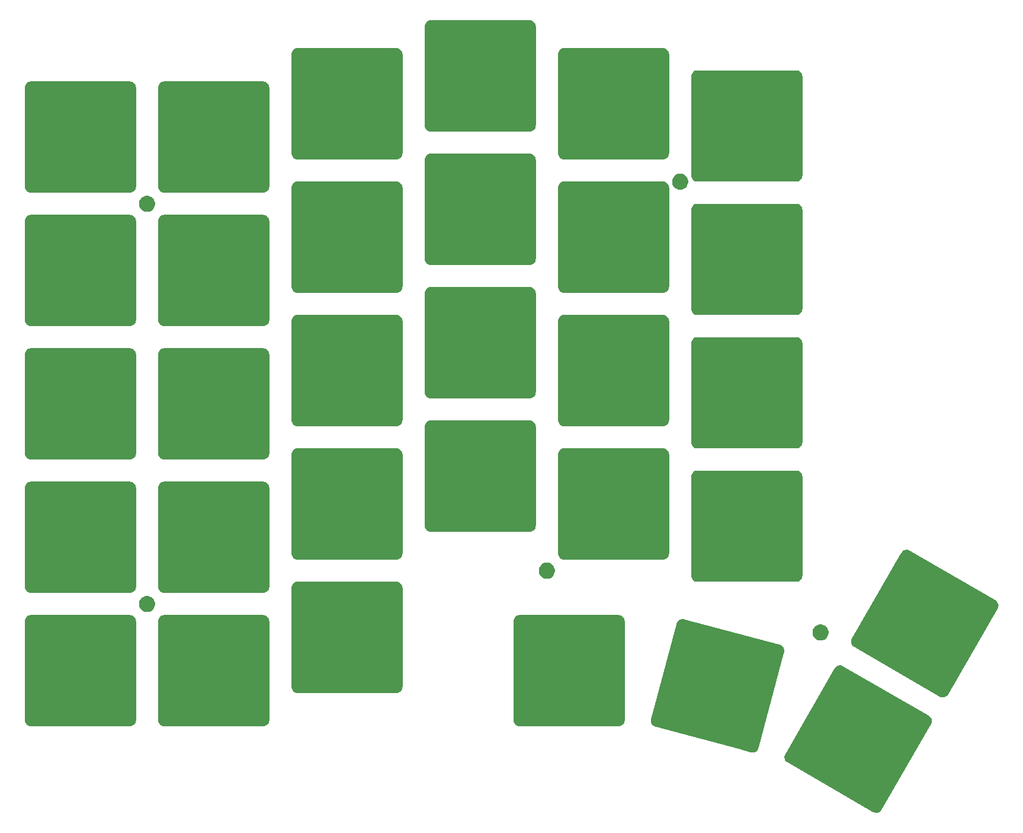
<source format=gbr>
G04 #@! TF.GenerationSoftware,KiCad,Pcbnew,(5.1.6)-1*
G04 #@! TF.CreationDate,2020-10-24T16:38:59+08:00*
G04 #@! TF.ProjectId,Cantaloupe_Plate,43616e74-616c-46f7-9570-655f506c6174,rev?*
G04 #@! TF.SameCoordinates,Original*
G04 #@! TF.FileFunction,Soldermask,Bot*
G04 #@! TF.FilePolarity,Negative*
%FSLAX46Y46*%
G04 Gerber Fmt 4.6, Leading zero omitted, Abs format (unit mm)*
G04 Created by KiCad (PCBNEW (5.1.6)-1) date 2020-10-24 16:38:59*
%MOMM*%
%LPD*%
G01*
G04 APERTURE LIST*
%ADD10C,0.100000*%
G04 APERTURE END LIST*
D10*
G36*
X313489110Y-126236171D02*
G01*
X313659406Y-126275879D01*
X313824295Y-126350589D01*
X326039207Y-133402872D01*
X326186355Y-133508318D01*
X326305882Y-133635935D01*
X326398222Y-133784431D01*
X326459815Y-133948077D01*
X326488297Y-134120597D01*
X326482577Y-134295358D01*
X326442869Y-134465654D01*
X326368159Y-134630543D01*
X319315876Y-146845455D01*
X319210430Y-146992603D01*
X319082813Y-147112130D01*
X318934317Y-147204470D01*
X318770671Y-147266063D01*
X318598151Y-147294545D01*
X318423390Y-147288825D01*
X318253094Y-147249117D01*
X318088205Y-147174407D01*
X305873293Y-140122124D01*
X305726145Y-140016678D01*
X305606618Y-139889061D01*
X305514278Y-139740565D01*
X305452685Y-139576919D01*
X305424203Y-139404399D01*
X305429923Y-139229638D01*
X305469631Y-139059342D01*
X305544341Y-138894453D01*
X312596624Y-126679541D01*
X312702070Y-126532393D01*
X312829687Y-126412866D01*
X312978183Y-126320526D01*
X313141829Y-126258933D01*
X313314349Y-126230451D01*
X313489110Y-126236171D01*
G37*
G36*
X291109270Y-119643910D02*
G01*
X291208871Y-119670598D01*
X304633644Y-123267755D01*
X304633653Y-123267758D01*
X304733245Y-123294444D01*
X304902665Y-123358209D01*
X305051151Y-123450544D01*
X305178776Y-123570078D01*
X305280626Y-123712209D01*
X305352789Y-123871477D01*
X305392497Y-124041772D01*
X305398217Y-124216533D01*
X305368730Y-124395136D01*
X305342042Y-124494737D01*
X301744885Y-137919510D01*
X301744882Y-137919519D01*
X301718196Y-138019111D01*
X301654431Y-138188531D01*
X301562096Y-138337017D01*
X301442562Y-138464642D01*
X301300431Y-138566492D01*
X301141163Y-138638655D01*
X300970868Y-138678363D01*
X300796107Y-138684083D01*
X300617504Y-138654596D01*
X298878126Y-138188531D01*
X287093130Y-135030751D01*
X287093121Y-135030748D01*
X286993529Y-135004062D01*
X286824109Y-134940297D01*
X286675623Y-134847962D01*
X286547998Y-134728428D01*
X286446148Y-134586297D01*
X286373985Y-134427029D01*
X286334277Y-134256734D01*
X286328557Y-134081973D01*
X286358044Y-133903370D01*
X287190459Y-130796756D01*
X289981889Y-120378996D01*
X289981892Y-120378987D01*
X290008578Y-120279395D01*
X290072343Y-120109975D01*
X290164678Y-119961489D01*
X290284212Y-119833864D01*
X290426343Y-119732014D01*
X290585611Y-119659851D01*
X290755906Y-119620143D01*
X290930667Y-119614423D01*
X291109270Y-119643910D01*
G37*
G36*
X231069936Y-119066745D02*
G01*
X231237268Y-119117505D01*
X231391474Y-119199930D01*
X231526642Y-119310859D01*
X231637571Y-119446027D01*
X231719996Y-119600233D01*
X231770756Y-119767565D01*
X231788499Y-119947718D01*
X231788499Y-134052286D01*
X231770756Y-134232439D01*
X231719996Y-134399771D01*
X231637571Y-134553977D01*
X231526642Y-134689145D01*
X231391474Y-134800074D01*
X231237268Y-134882499D01*
X231069936Y-134933259D01*
X230889783Y-134951002D01*
X216785215Y-134951002D01*
X216605062Y-134933259D01*
X216437730Y-134882499D01*
X216283524Y-134800074D01*
X216148356Y-134689145D01*
X216037427Y-134553977D01*
X215955002Y-134399771D01*
X215904242Y-134232439D01*
X215886499Y-134052286D01*
X215886499Y-119947718D01*
X215904242Y-119767565D01*
X215955002Y-119600233D01*
X216037427Y-119446027D01*
X216148356Y-119310859D01*
X216283524Y-119199930D01*
X216437730Y-119117505D01*
X216605062Y-119066745D01*
X216785215Y-119049002D01*
X230889783Y-119049002D01*
X231069936Y-119066745D01*
G37*
G36*
X281869937Y-119066743D02*
G01*
X282037269Y-119117503D01*
X282191475Y-119199928D01*
X282326643Y-119310857D01*
X282437572Y-119446025D01*
X282519997Y-119600231D01*
X282570757Y-119767563D01*
X282588500Y-119947716D01*
X282588500Y-134052284D01*
X282570757Y-134232437D01*
X282519997Y-134399769D01*
X282437572Y-134553975D01*
X282326643Y-134689143D01*
X282191475Y-134800072D01*
X282037269Y-134882497D01*
X281869937Y-134933257D01*
X281689784Y-134951000D01*
X267585216Y-134951000D01*
X267405063Y-134933257D01*
X267237731Y-134882497D01*
X267083525Y-134800072D01*
X266948357Y-134689143D01*
X266837428Y-134553975D01*
X266755003Y-134399769D01*
X266704243Y-134232437D01*
X266686500Y-134052284D01*
X266686500Y-119947716D01*
X266704243Y-119767563D01*
X266755003Y-119600231D01*
X266837428Y-119446025D01*
X266948357Y-119310857D01*
X267083525Y-119199928D01*
X267237731Y-119117503D01*
X267405063Y-119066743D01*
X267585216Y-119049000D01*
X281689784Y-119049000D01*
X281869937Y-119066743D01*
G37*
G36*
X212019938Y-119066742D02*
G01*
X212187270Y-119117502D01*
X212341476Y-119199927D01*
X212476644Y-119310856D01*
X212587573Y-119446024D01*
X212669998Y-119600230D01*
X212720758Y-119767562D01*
X212738501Y-119947715D01*
X212738501Y-134052283D01*
X212720758Y-134232436D01*
X212669998Y-134399768D01*
X212587573Y-134553974D01*
X212476644Y-134689142D01*
X212341476Y-134800071D01*
X212187270Y-134882496D01*
X212019938Y-134933256D01*
X211839785Y-134950999D01*
X197735217Y-134950999D01*
X197555064Y-134933256D01*
X197387732Y-134882496D01*
X197233526Y-134800071D01*
X197098358Y-134689142D01*
X196987429Y-134553974D01*
X196905004Y-134399768D01*
X196854244Y-134232436D01*
X196836501Y-134052283D01*
X196836501Y-119947715D01*
X196854244Y-119767562D01*
X196905004Y-119600230D01*
X196987429Y-119446024D01*
X197098358Y-119310856D01*
X197233526Y-119199927D01*
X197387732Y-119117502D01*
X197555064Y-119066742D01*
X197735217Y-119048999D01*
X211839785Y-119048999D01*
X212019938Y-119066742D01*
G37*
G36*
X323014110Y-109738382D02*
G01*
X323184406Y-109778090D01*
X323349295Y-109852800D01*
X335564207Y-116905083D01*
X335711355Y-117010529D01*
X335830882Y-117138146D01*
X335923222Y-117286642D01*
X335984815Y-117450288D01*
X336013297Y-117622808D01*
X336007577Y-117797569D01*
X335967869Y-117967865D01*
X335893159Y-118132754D01*
X328840876Y-130347666D01*
X328735430Y-130494814D01*
X328607813Y-130614341D01*
X328459317Y-130706681D01*
X328295671Y-130768274D01*
X328123151Y-130796756D01*
X327948390Y-130791036D01*
X327778094Y-130751328D01*
X327613205Y-130676618D01*
X315398293Y-123624335D01*
X315251145Y-123518889D01*
X315131618Y-123391272D01*
X315039278Y-123242776D01*
X314977685Y-123079130D01*
X314949203Y-122906610D01*
X314954923Y-122731849D01*
X314994631Y-122561553D01*
X315069341Y-122396664D01*
X322121624Y-110181752D01*
X322227070Y-110034604D01*
X322354687Y-109915077D01*
X322503183Y-109822737D01*
X322666829Y-109761144D01*
X322839349Y-109732662D01*
X323014110Y-109738382D01*
G37*
G36*
X250119938Y-114304243D02*
G01*
X250287270Y-114355003D01*
X250441476Y-114437428D01*
X250576644Y-114548357D01*
X250687573Y-114683525D01*
X250769998Y-114837731D01*
X250820758Y-115005063D01*
X250838501Y-115185216D01*
X250838501Y-129289784D01*
X250820758Y-129469937D01*
X250769998Y-129637269D01*
X250687573Y-129791475D01*
X250576644Y-129926643D01*
X250441476Y-130037572D01*
X250287270Y-130119997D01*
X250119938Y-130170757D01*
X249939785Y-130188500D01*
X235835217Y-130188500D01*
X235655064Y-130170757D01*
X235487732Y-130119997D01*
X235333526Y-130037572D01*
X235198358Y-129926643D01*
X235087429Y-129791475D01*
X235005004Y-129637269D01*
X234954244Y-129469937D01*
X234936501Y-129289784D01*
X234936501Y-115185216D01*
X234954244Y-115005063D01*
X235005004Y-114837731D01*
X235087429Y-114683525D01*
X235198358Y-114548357D01*
X235333526Y-114437428D01*
X235487732Y-114355003D01*
X235655064Y-114304243D01*
X235835217Y-114286500D01*
X249939785Y-114286500D01*
X250119938Y-114304243D01*
G37*
G36*
X310805799Y-120408616D02*
G01*
X310916984Y-120430732D01*
X311126453Y-120517497D01*
X311314970Y-120643460D01*
X311475290Y-120803780D01*
X311601253Y-120992297D01*
X311688018Y-121201766D01*
X311732250Y-121424136D01*
X311732250Y-121650864D01*
X311688018Y-121873234D01*
X311601253Y-122082703D01*
X311475290Y-122271220D01*
X311314970Y-122431540D01*
X311126453Y-122557503D01*
X311126452Y-122557504D01*
X311126451Y-122557504D01*
X311065100Y-122582916D01*
X310916984Y-122644268D01*
X310805799Y-122666384D01*
X310694615Y-122688500D01*
X310467885Y-122688500D01*
X310356701Y-122666384D01*
X310245516Y-122644268D01*
X310097400Y-122582916D01*
X310036049Y-122557504D01*
X310036048Y-122557504D01*
X310036047Y-122557503D01*
X309847530Y-122431540D01*
X309687210Y-122271220D01*
X309561247Y-122082703D01*
X309474482Y-121873234D01*
X309430250Y-121650864D01*
X309430250Y-121424136D01*
X309474482Y-121201766D01*
X309561247Y-120992297D01*
X309687210Y-120803780D01*
X309847530Y-120643460D01*
X310036047Y-120517497D01*
X310245516Y-120430732D01*
X310356701Y-120408616D01*
X310467885Y-120386500D01*
X310694615Y-120386500D01*
X310805799Y-120408616D01*
G37*
G36*
X214537049Y-116346116D02*
G01*
X214648234Y-116368232D01*
X214857703Y-116454997D01*
X215046220Y-116580960D01*
X215206540Y-116741280D01*
X215332503Y-116929797D01*
X215419268Y-117139266D01*
X215463500Y-117361636D01*
X215463500Y-117588364D01*
X215419268Y-117810734D01*
X215332503Y-118020203D01*
X215206540Y-118208720D01*
X215046220Y-118369040D01*
X214857703Y-118495003D01*
X214648234Y-118581768D01*
X214537049Y-118603884D01*
X214425865Y-118626000D01*
X214199135Y-118626000D01*
X214087951Y-118603884D01*
X213976766Y-118581768D01*
X213767297Y-118495003D01*
X213578780Y-118369040D01*
X213418460Y-118208720D01*
X213292497Y-118020203D01*
X213205732Y-117810734D01*
X213161500Y-117588364D01*
X213161500Y-117361636D01*
X213205732Y-117139266D01*
X213292497Y-116929797D01*
X213418460Y-116741280D01*
X213578780Y-116580960D01*
X213767297Y-116454997D01*
X213976766Y-116368232D01*
X214087951Y-116346116D01*
X214199135Y-116324000D01*
X214425865Y-116324000D01*
X214537049Y-116346116D01*
G37*
G36*
X231069936Y-100016743D02*
G01*
X231237268Y-100067503D01*
X231391474Y-100149928D01*
X231526642Y-100260857D01*
X231637571Y-100396025D01*
X231719996Y-100550231D01*
X231770756Y-100717563D01*
X231788499Y-100897716D01*
X231788499Y-115002284D01*
X231770756Y-115182437D01*
X231719996Y-115349769D01*
X231637571Y-115503975D01*
X231526642Y-115639143D01*
X231391474Y-115750072D01*
X231237268Y-115832497D01*
X231069936Y-115883257D01*
X230889783Y-115901000D01*
X216785215Y-115901000D01*
X216605062Y-115883257D01*
X216437730Y-115832497D01*
X216283524Y-115750072D01*
X216148356Y-115639143D01*
X216037427Y-115503975D01*
X215955002Y-115349769D01*
X215904242Y-115182437D01*
X215886499Y-115002284D01*
X215886499Y-100897716D01*
X215904242Y-100717563D01*
X215955002Y-100550231D01*
X216037427Y-100396025D01*
X216148356Y-100260857D01*
X216283524Y-100149928D01*
X216437730Y-100067503D01*
X216605062Y-100016743D01*
X216785215Y-99999000D01*
X230889783Y-99999000D01*
X231069936Y-100016743D01*
G37*
G36*
X212019938Y-100016743D02*
G01*
X212187270Y-100067503D01*
X212341476Y-100149928D01*
X212476644Y-100260857D01*
X212587573Y-100396025D01*
X212669998Y-100550231D01*
X212720758Y-100717563D01*
X212738501Y-100897716D01*
X212738501Y-115002284D01*
X212720758Y-115182437D01*
X212669998Y-115349769D01*
X212587573Y-115503975D01*
X212476644Y-115639143D01*
X212341476Y-115750072D01*
X212187270Y-115832497D01*
X212019938Y-115883257D01*
X211839785Y-115901000D01*
X197735217Y-115901000D01*
X197555064Y-115883257D01*
X197387732Y-115832497D01*
X197233526Y-115750072D01*
X197098358Y-115639143D01*
X196987429Y-115503975D01*
X196905004Y-115349769D01*
X196854244Y-115182437D01*
X196836501Y-115002284D01*
X196836501Y-100897716D01*
X196854244Y-100717563D01*
X196905004Y-100550231D01*
X196987429Y-100396025D01*
X197098358Y-100260857D01*
X197233526Y-100149928D01*
X197387732Y-100067503D01*
X197555064Y-100016743D01*
X197735217Y-99999000D01*
X211839785Y-99999000D01*
X212019938Y-100016743D01*
G37*
G36*
X307269937Y-98429243D02*
G01*
X307437269Y-98480003D01*
X307591475Y-98562428D01*
X307726643Y-98673357D01*
X307837572Y-98808525D01*
X307919997Y-98962731D01*
X307970757Y-99130063D01*
X307988500Y-99310216D01*
X307988500Y-113414784D01*
X307970757Y-113594937D01*
X307919997Y-113762269D01*
X307837572Y-113916475D01*
X307726643Y-114051643D01*
X307591475Y-114162572D01*
X307437269Y-114244997D01*
X307269937Y-114295757D01*
X307089784Y-114313500D01*
X292985216Y-114313500D01*
X292805063Y-114295757D01*
X292637731Y-114244997D01*
X292483525Y-114162572D01*
X292348357Y-114051643D01*
X292237428Y-113916475D01*
X292155003Y-113762269D01*
X292104243Y-113594937D01*
X292086500Y-113414784D01*
X292086500Y-99310216D01*
X292104243Y-99130063D01*
X292155003Y-98962731D01*
X292237428Y-98808525D01*
X292348357Y-98673357D01*
X292483525Y-98562428D01*
X292637731Y-98480003D01*
X292805063Y-98429243D01*
X292985216Y-98411500D01*
X307089784Y-98411500D01*
X307269937Y-98429243D01*
G37*
G36*
X271687049Y-111583616D02*
G01*
X271798234Y-111605732D01*
X272007703Y-111692497D01*
X272196220Y-111818460D01*
X272356540Y-111978780D01*
X272482503Y-112167297D01*
X272569268Y-112376766D01*
X272613500Y-112599136D01*
X272613500Y-112825864D01*
X272569268Y-113048234D01*
X272482503Y-113257703D01*
X272356540Y-113446220D01*
X272196220Y-113606540D01*
X272007703Y-113732503D01*
X271798234Y-113819268D01*
X271687049Y-113841384D01*
X271575865Y-113863500D01*
X271349135Y-113863500D01*
X271237951Y-113841384D01*
X271126766Y-113819268D01*
X270917297Y-113732503D01*
X270728780Y-113606540D01*
X270568460Y-113446220D01*
X270442497Y-113257703D01*
X270355732Y-113048234D01*
X270311500Y-112825864D01*
X270311500Y-112599136D01*
X270355732Y-112376766D01*
X270442497Y-112167297D01*
X270568460Y-111978780D01*
X270728780Y-111818460D01*
X270917297Y-111692497D01*
X271126766Y-111605732D01*
X271237951Y-111583616D01*
X271349135Y-111561500D01*
X271575865Y-111561500D01*
X271687049Y-111583616D01*
G37*
G36*
X250119937Y-95254242D02*
G01*
X250287269Y-95305002D01*
X250441475Y-95387427D01*
X250576643Y-95498356D01*
X250687572Y-95633524D01*
X250769997Y-95787730D01*
X250820757Y-95955062D01*
X250838500Y-96135215D01*
X250838500Y-110239783D01*
X250820757Y-110419936D01*
X250769997Y-110587268D01*
X250687572Y-110741474D01*
X250576643Y-110876642D01*
X250441475Y-110987571D01*
X250287269Y-111069996D01*
X250119937Y-111120756D01*
X249939784Y-111138499D01*
X235835216Y-111138499D01*
X235655063Y-111120756D01*
X235487731Y-111069996D01*
X235333525Y-110987571D01*
X235198357Y-110876642D01*
X235087428Y-110741474D01*
X235005003Y-110587268D01*
X234954243Y-110419936D01*
X234936500Y-110239783D01*
X234936500Y-96135215D01*
X234954243Y-95955062D01*
X235005003Y-95787730D01*
X235087428Y-95633524D01*
X235198357Y-95498356D01*
X235333525Y-95387427D01*
X235487731Y-95305002D01*
X235655063Y-95254242D01*
X235835216Y-95236499D01*
X249939784Y-95236499D01*
X250119937Y-95254242D01*
G37*
G36*
X288219937Y-95254242D02*
G01*
X288387269Y-95305002D01*
X288541475Y-95387427D01*
X288676643Y-95498356D01*
X288787572Y-95633524D01*
X288869997Y-95787730D01*
X288920757Y-95955062D01*
X288938500Y-96135215D01*
X288938500Y-110239783D01*
X288920757Y-110419936D01*
X288869997Y-110587268D01*
X288787572Y-110741474D01*
X288676643Y-110876642D01*
X288541475Y-110987571D01*
X288387269Y-111069996D01*
X288219937Y-111120756D01*
X288039784Y-111138499D01*
X273935216Y-111138499D01*
X273755063Y-111120756D01*
X273587731Y-111069996D01*
X273433525Y-110987571D01*
X273298357Y-110876642D01*
X273187428Y-110741474D01*
X273105003Y-110587268D01*
X273054243Y-110419936D01*
X273036500Y-110239783D01*
X273036500Y-96135215D01*
X273054243Y-95955062D01*
X273105003Y-95787730D01*
X273187428Y-95633524D01*
X273298357Y-95498356D01*
X273433525Y-95387427D01*
X273587731Y-95305002D01*
X273755063Y-95254242D01*
X273935216Y-95236499D01*
X288039784Y-95236499D01*
X288219937Y-95254242D01*
G37*
G36*
X269169938Y-91285493D02*
G01*
X269337270Y-91336253D01*
X269491476Y-91418678D01*
X269626644Y-91529607D01*
X269737573Y-91664775D01*
X269819998Y-91818981D01*
X269870758Y-91986313D01*
X269888501Y-92166466D01*
X269888501Y-106271034D01*
X269870758Y-106451187D01*
X269819998Y-106618519D01*
X269737573Y-106772725D01*
X269626644Y-106907893D01*
X269491476Y-107018822D01*
X269337270Y-107101247D01*
X269169938Y-107152007D01*
X268989785Y-107169750D01*
X254885217Y-107169750D01*
X254705064Y-107152007D01*
X254537732Y-107101247D01*
X254383526Y-107018822D01*
X254248358Y-106907893D01*
X254137429Y-106772725D01*
X254055004Y-106618519D01*
X254004244Y-106451187D01*
X253986501Y-106271034D01*
X253986501Y-92166466D01*
X254004244Y-91986313D01*
X254055004Y-91818981D01*
X254137429Y-91664775D01*
X254248358Y-91529607D01*
X254383526Y-91418678D01*
X254537732Y-91336253D01*
X254705064Y-91285493D01*
X254885217Y-91267750D01*
X268989785Y-91267750D01*
X269169938Y-91285493D01*
G37*
G36*
X231069938Y-80966743D02*
G01*
X231237270Y-81017503D01*
X231391476Y-81099928D01*
X231526644Y-81210857D01*
X231637573Y-81346025D01*
X231719998Y-81500231D01*
X231770758Y-81667563D01*
X231788501Y-81847716D01*
X231788501Y-95952284D01*
X231770758Y-96132437D01*
X231719998Y-96299769D01*
X231637573Y-96453975D01*
X231526644Y-96589143D01*
X231391476Y-96700072D01*
X231237270Y-96782497D01*
X231069938Y-96833257D01*
X230889785Y-96851000D01*
X216785217Y-96851000D01*
X216605064Y-96833257D01*
X216437732Y-96782497D01*
X216283526Y-96700072D01*
X216148358Y-96589143D01*
X216037429Y-96453975D01*
X215955004Y-96299769D01*
X215904244Y-96132437D01*
X215886501Y-95952284D01*
X215886501Y-81847716D01*
X215904244Y-81667563D01*
X215955004Y-81500231D01*
X216037429Y-81346025D01*
X216148358Y-81210857D01*
X216283526Y-81099928D01*
X216437732Y-81017503D01*
X216605064Y-80966743D01*
X216785217Y-80949000D01*
X230889785Y-80949000D01*
X231069938Y-80966743D01*
G37*
G36*
X212019938Y-80966743D02*
G01*
X212187270Y-81017503D01*
X212341476Y-81099928D01*
X212476644Y-81210857D01*
X212587573Y-81346025D01*
X212669998Y-81500231D01*
X212720758Y-81667563D01*
X212738501Y-81847716D01*
X212738501Y-95952284D01*
X212720758Y-96132437D01*
X212669998Y-96299769D01*
X212587573Y-96453975D01*
X212476644Y-96589143D01*
X212341476Y-96700072D01*
X212187270Y-96782497D01*
X212019938Y-96833257D01*
X211839785Y-96851000D01*
X197735217Y-96851000D01*
X197555064Y-96833257D01*
X197387732Y-96782497D01*
X197233526Y-96700072D01*
X197098358Y-96589143D01*
X196987429Y-96453975D01*
X196905004Y-96299769D01*
X196854244Y-96132437D01*
X196836501Y-95952284D01*
X196836501Y-81847716D01*
X196854244Y-81667563D01*
X196905004Y-81500231D01*
X196987429Y-81346025D01*
X197098358Y-81210857D01*
X197233526Y-81099928D01*
X197387732Y-81017503D01*
X197555064Y-80966743D01*
X197735217Y-80949000D01*
X211839785Y-80949000D01*
X212019938Y-80966743D01*
G37*
G36*
X307269935Y-79379243D02*
G01*
X307437267Y-79430003D01*
X307591473Y-79512428D01*
X307726641Y-79623357D01*
X307837570Y-79758525D01*
X307919995Y-79912731D01*
X307970755Y-80080063D01*
X307988498Y-80260216D01*
X307988498Y-94364784D01*
X307970755Y-94544937D01*
X307919995Y-94712269D01*
X307837570Y-94866475D01*
X307726641Y-95001643D01*
X307591473Y-95112572D01*
X307437267Y-95194997D01*
X307269935Y-95245757D01*
X307089782Y-95263500D01*
X292985214Y-95263500D01*
X292805061Y-95245757D01*
X292637729Y-95194997D01*
X292483523Y-95112572D01*
X292348355Y-95001643D01*
X292237426Y-94866475D01*
X292155001Y-94712269D01*
X292104241Y-94544937D01*
X292086498Y-94364784D01*
X292086498Y-80260216D01*
X292104241Y-80080063D01*
X292155001Y-79912731D01*
X292237426Y-79758525D01*
X292348355Y-79623357D01*
X292483523Y-79512428D01*
X292637729Y-79430003D01*
X292805061Y-79379243D01*
X292985214Y-79361500D01*
X307089782Y-79361500D01*
X307269935Y-79379243D01*
G37*
G36*
X250119937Y-76204242D02*
G01*
X250287269Y-76255002D01*
X250441475Y-76337427D01*
X250576643Y-76448356D01*
X250687572Y-76583524D01*
X250769997Y-76737730D01*
X250820757Y-76905062D01*
X250838500Y-77085215D01*
X250838500Y-91189783D01*
X250820757Y-91369936D01*
X250769997Y-91537268D01*
X250687572Y-91691474D01*
X250576643Y-91826642D01*
X250441475Y-91937571D01*
X250287269Y-92019996D01*
X250119937Y-92070756D01*
X249939784Y-92088499D01*
X235835216Y-92088499D01*
X235655063Y-92070756D01*
X235487731Y-92019996D01*
X235333525Y-91937571D01*
X235198357Y-91826642D01*
X235087428Y-91691474D01*
X235005003Y-91537268D01*
X234954243Y-91369936D01*
X234936500Y-91189783D01*
X234936500Y-77085215D01*
X234954243Y-76905062D01*
X235005003Y-76737730D01*
X235087428Y-76583524D01*
X235198357Y-76448356D01*
X235333525Y-76337427D01*
X235487731Y-76255002D01*
X235655063Y-76204242D01*
X235835216Y-76186499D01*
X249939784Y-76186499D01*
X250119937Y-76204242D01*
G37*
G36*
X288219937Y-76204242D02*
G01*
X288387269Y-76255002D01*
X288541475Y-76337427D01*
X288676643Y-76448356D01*
X288787572Y-76583524D01*
X288869997Y-76737730D01*
X288920757Y-76905062D01*
X288938500Y-77085215D01*
X288938500Y-91189783D01*
X288920757Y-91369936D01*
X288869997Y-91537268D01*
X288787572Y-91691474D01*
X288676643Y-91826642D01*
X288541475Y-91937571D01*
X288387269Y-92019996D01*
X288219937Y-92070756D01*
X288039784Y-92088499D01*
X273935216Y-92088499D01*
X273755063Y-92070756D01*
X273587731Y-92019996D01*
X273433525Y-91937571D01*
X273298357Y-91826642D01*
X273187428Y-91691474D01*
X273105003Y-91537268D01*
X273054243Y-91369936D01*
X273036500Y-91189783D01*
X273036500Y-77085215D01*
X273054243Y-76905062D01*
X273105003Y-76737730D01*
X273187428Y-76583524D01*
X273298357Y-76448356D01*
X273433525Y-76337427D01*
X273587731Y-76255002D01*
X273755063Y-76204242D01*
X273935216Y-76186499D01*
X288039784Y-76186499D01*
X288219937Y-76204242D01*
G37*
G36*
X269169938Y-72235492D02*
G01*
X269337270Y-72286252D01*
X269491476Y-72368677D01*
X269626644Y-72479606D01*
X269737573Y-72614774D01*
X269819998Y-72768980D01*
X269870758Y-72936312D01*
X269888501Y-73116465D01*
X269888501Y-87221033D01*
X269870758Y-87401186D01*
X269819998Y-87568518D01*
X269737573Y-87722724D01*
X269626644Y-87857892D01*
X269491476Y-87968821D01*
X269337270Y-88051246D01*
X269169938Y-88102006D01*
X268989785Y-88119749D01*
X254885217Y-88119749D01*
X254705064Y-88102006D01*
X254537732Y-88051246D01*
X254383526Y-87968821D01*
X254248358Y-87857892D01*
X254137429Y-87722724D01*
X254055004Y-87568518D01*
X254004244Y-87401186D01*
X253986501Y-87221033D01*
X253986501Y-73116465D01*
X254004244Y-72936312D01*
X254055004Y-72768980D01*
X254137429Y-72614774D01*
X254248358Y-72479606D01*
X254383526Y-72368677D01*
X254537732Y-72286252D01*
X254705064Y-72235492D01*
X254885217Y-72217749D01*
X268989785Y-72217749D01*
X269169938Y-72235492D01*
G37*
G36*
X212019937Y-61916744D02*
G01*
X212187269Y-61967504D01*
X212341475Y-62049929D01*
X212476643Y-62160858D01*
X212587572Y-62296026D01*
X212669997Y-62450232D01*
X212720757Y-62617564D01*
X212738500Y-62797717D01*
X212738500Y-76902285D01*
X212720757Y-77082438D01*
X212669997Y-77249770D01*
X212587572Y-77403976D01*
X212476643Y-77539144D01*
X212341475Y-77650073D01*
X212187269Y-77732498D01*
X212019937Y-77783258D01*
X211839784Y-77801001D01*
X197735216Y-77801001D01*
X197555063Y-77783258D01*
X197387731Y-77732498D01*
X197233525Y-77650073D01*
X197098357Y-77539144D01*
X196987428Y-77403976D01*
X196905003Y-77249770D01*
X196854243Y-77082438D01*
X196836500Y-76902285D01*
X196836500Y-62797717D01*
X196854243Y-62617564D01*
X196905003Y-62450232D01*
X196987428Y-62296026D01*
X197098357Y-62160858D01*
X197233525Y-62049929D01*
X197387731Y-61967504D01*
X197555063Y-61916744D01*
X197735216Y-61899001D01*
X211839784Y-61899001D01*
X212019937Y-61916744D01*
G37*
G36*
X231069936Y-61916743D02*
G01*
X231237268Y-61967503D01*
X231391474Y-62049928D01*
X231526642Y-62160857D01*
X231637571Y-62296025D01*
X231719996Y-62450231D01*
X231770756Y-62617563D01*
X231788499Y-62797716D01*
X231788499Y-76902284D01*
X231770756Y-77082437D01*
X231719996Y-77249769D01*
X231637571Y-77403975D01*
X231526642Y-77539143D01*
X231391474Y-77650072D01*
X231237268Y-77732497D01*
X231069936Y-77783257D01*
X230889783Y-77801000D01*
X216785215Y-77801000D01*
X216605062Y-77783257D01*
X216437730Y-77732497D01*
X216283524Y-77650072D01*
X216148356Y-77539143D01*
X216037427Y-77403975D01*
X215955002Y-77249769D01*
X215904242Y-77082437D01*
X215886499Y-76902284D01*
X215886499Y-62797716D01*
X215904242Y-62617563D01*
X215955002Y-62450231D01*
X216037427Y-62296025D01*
X216148356Y-62160857D01*
X216283524Y-62049928D01*
X216437730Y-61967503D01*
X216605062Y-61916743D01*
X216785215Y-61899000D01*
X230889783Y-61899000D01*
X231069936Y-61916743D01*
G37*
G36*
X307269937Y-60329244D02*
G01*
X307437269Y-60380004D01*
X307591475Y-60462429D01*
X307726643Y-60573358D01*
X307837572Y-60708526D01*
X307919997Y-60862732D01*
X307970757Y-61030064D01*
X307988500Y-61210217D01*
X307988500Y-75314785D01*
X307970757Y-75494938D01*
X307919997Y-75662270D01*
X307837572Y-75816476D01*
X307726643Y-75951644D01*
X307591475Y-76062573D01*
X307437269Y-76144998D01*
X307269937Y-76195758D01*
X307089784Y-76213501D01*
X292985216Y-76213501D01*
X292805063Y-76195758D01*
X292637731Y-76144998D01*
X292483525Y-76062573D01*
X292348357Y-75951644D01*
X292237428Y-75816476D01*
X292155003Y-75662270D01*
X292104243Y-75494938D01*
X292086500Y-75314785D01*
X292086500Y-61210217D01*
X292104243Y-61030064D01*
X292155003Y-60862732D01*
X292237428Y-60708526D01*
X292348357Y-60573358D01*
X292483525Y-60462429D01*
X292637731Y-60380004D01*
X292805063Y-60329244D01*
X292985216Y-60311501D01*
X307089784Y-60311501D01*
X307269937Y-60329244D01*
G37*
G36*
X250119937Y-57154244D02*
G01*
X250287269Y-57205004D01*
X250441475Y-57287429D01*
X250576643Y-57398358D01*
X250687572Y-57533526D01*
X250769997Y-57687732D01*
X250820757Y-57855064D01*
X250838500Y-58035217D01*
X250838500Y-72139785D01*
X250820757Y-72319938D01*
X250769997Y-72487270D01*
X250687572Y-72641476D01*
X250576643Y-72776644D01*
X250441475Y-72887573D01*
X250287269Y-72969998D01*
X250119937Y-73020758D01*
X249939784Y-73038501D01*
X235835216Y-73038501D01*
X235655063Y-73020758D01*
X235487731Y-72969998D01*
X235333525Y-72887573D01*
X235198357Y-72776644D01*
X235087428Y-72641476D01*
X235005003Y-72487270D01*
X234954243Y-72319938D01*
X234936500Y-72139785D01*
X234936500Y-58035217D01*
X234954243Y-57855064D01*
X235005003Y-57687732D01*
X235087428Y-57533526D01*
X235198357Y-57398358D01*
X235333525Y-57287429D01*
X235487731Y-57205004D01*
X235655063Y-57154244D01*
X235835216Y-57136501D01*
X249939784Y-57136501D01*
X250119937Y-57154244D01*
G37*
G36*
X288219936Y-57154243D02*
G01*
X288387268Y-57205003D01*
X288541474Y-57287428D01*
X288676642Y-57398357D01*
X288787571Y-57533525D01*
X288869996Y-57687731D01*
X288920756Y-57855063D01*
X288938499Y-58035216D01*
X288938499Y-72139784D01*
X288920756Y-72319937D01*
X288869996Y-72487269D01*
X288787571Y-72641475D01*
X288676642Y-72776643D01*
X288541474Y-72887572D01*
X288387268Y-72969997D01*
X288219936Y-73020757D01*
X288039783Y-73038500D01*
X273935215Y-73038500D01*
X273755062Y-73020757D01*
X273587730Y-72969997D01*
X273433524Y-72887572D01*
X273298356Y-72776643D01*
X273187427Y-72641475D01*
X273105002Y-72487269D01*
X273054242Y-72319937D01*
X273036499Y-72139784D01*
X273036499Y-58035216D01*
X273054242Y-57855063D01*
X273105002Y-57687731D01*
X273187427Y-57533525D01*
X273298356Y-57398357D01*
X273433524Y-57287428D01*
X273587730Y-57205003D01*
X273755062Y-57154243D01*
X273935215Y-57136500D01*
X288039783Y-57136500D01*
X288219936Y-57154243D01*
G37*
G36*
X269169937Y-53185494D02*
G01*
X269337269Y-53236254D01*
X269491475Y-53318679D01*
X269626643Y-53429608D01*
X269737572Y-53564776D01*
X269819997Y-53718982D01*
X269870757Y-53886314D01*
X269888500Y-54066467D01*
X269888500Y-68171035D01*
X269870757Y-68351188D01*
X269819997Y-68518520D01*
X269737572Y-68672726D01*
X269626643Y-68807894D01*
X269491475Y-68918823D01*
X269337269Y-69001248D01*
X269169937Y-69052008D01*
X268989784Y-69069751D01*
X254885216Y-69069751D01*
X254705063Y-69052008D01*
X254537731Y-69001248D01*
X254383525Y-68918823D01*
X254248357Y-68807894D01*
X254137428Y-68672726D01*
X254055003Y-68518520D01*
X254004243Y-68351188D01*
X253986500Y-68171035D01*
X253986500Y-54066467D01*
X254004243Y-53886314D01*
X254055003Y-53718982D01*
X254137428Y-53564776D01*
X254248357Y-53429608D01*
X254383525Y-53318679D01*
X254537731Y-53236254D01*
X254705063Y-53185494D01*
X254885216Y-53167751D01*
X268989784Y-53167751D01*
X269169937Y-53185494D01*
G37*
G36*
X214537049Y-59196116D02*
G01*
X214648234Y-59218232D01*
X214857703Y-59304997D01*
X215046220Y-59430960D01*
X215206540Y-59591280D01*
X215332503Y-59779797D01*
X215419268Y-59989266D01*
X215463500Y-60211636D01*
X215463500Y-60438364D01*
X215419268Y-60660734D01*
X215332503Y-60870203D01*
X215206540Y-61058720D01*
X215046220Y-61219040D01*
X214857703Y-61345003D01*
X214648234Y-61431768D01*
X214537049Y-61453884D01*
X214425865Y-61476000D01*
X214199135Y-61476000D01*
X214087951Y-61453884D01*
X213976766Y-61431768D01*
X213767297Y-61345003D01*
X213578780Y-61219040D01*
X213418460Y-61058720D01*
X213292497Y-60870203D01*
X213205732Y-60660734D01*
X213161500Y-60438364D01*
X213161500Y-60211636D01*
X213205732Y-59989266D01*
X213292497Y-59779797D01*
X213418460Y-59591280D01*
X213578780Y-59430960D01*
X213767297Y-59304997D01*
X213976766Y-59218232D01*
X214087951Y-59196116D01*
X214199135Y-59174000D01*
X214425865Y-59174000D01*
X214537049Y-59196116D01*
G37*
G36*
X212019937Y-42866743D02*
G01*
X212187269Y-42917503D01*
X212341475Y-42999928D01*
X212476643Y-43110857D01*
X212587572Y-43246025D01*
X212669997Y-43400231D01*
X212720757Y-43567563D01*
X212738500Y-43747716D01*
X212738500Y-57852284D01*
X212720757Y-58032437D01*
X212669997Y-58199769D01*
X212587572Y-58353975D01*
X212476643Y-58489143D01*
X212341475Y-58600072D01*
X212187269Y-58682497D01*
X212019937Y-58733257D01*
X211839784Y-58751000D01*
X197735216Y-58751000D01*
X197555063Y-58733257D01*
X197387731Y-58682497D01*
X197233525Y-58600072D01*
X197098357Y-58489143D01*
X196987428Y-58353975D01*
X196905003Y-58199769D01*
X196854243Y-58032437D01*
X196836500Y-57852284D01*
X196836500Y-43747716D01*
X196854243Y-43567563D01*
X196905003Y-43400231D01*
X196987428Y-43246025D01*
X197098357Y-43110857D01*
X197233525Y-42999928D01*
X197387731Y-42917503D01*
X197555063Y-42866743D01*
X197735216Y-42849000D01*
X211839784Y-42849000D01*
X212019937Y-42866743D01*
G37*
G36*
X231069937Y-42866742D02*
G01*
X231237269Y-42917502D01*
X231391475Y-42999927D01*
X231526643Y-43110856D01*
X231637572Y-43246024D01*
X231719997Y-43400230D01*
X231770757Y-43567562D01*
X231788500Y-43747715D01*
X231788500Y-57852283D01*
X231770757Y-58032436D01*
X231719997Y-58199768D01*
X231637572Y-58353974D01*
X231526643Y-58489142D01*
X231391475Y-58600071D01*
X231237269Y-58682496D01*
X231069937Y-58733256D01*
X230889784Y-58750999D01*
X216785216Y-58750999D01*
X216605063Y-58733256D01*
X216437731Y-58682496D01*
X216283525Y-58600071D01*
X216148357Y-58489142D01*
X216037428Y-58353974D01*
X215955003Y-58199768D01*
X215904243Y-58032436D01*
X215886500Y-57852283D01*
X215886500Y-43747715D01*
X215904243Y-43567562D01*
X215955003Y-43400230D01*
X216037428Y-43246024D01*
X216148357Y-43110856D01*
X216283525Y-42999927D01*
X216437731Y-42917502D01*
X216605063Y-42866742D01*
X216785216Y-42848999D01*
X230889784Y-42848999D01*
X231069937Y-42866742D01*
G37*
G36*
X290737049Y-56021116D02*
G01*
X290848234Y-56043232D01*
X291057703Y-56129997D01*
X291246220Y-56255960D01*
X291406540Y-56416280D01*
X291532503Y-56604797D01*
X291579501Y-56718259D01*
X291619268Y-56814267D01*
X291663500Y-57036635D01*
X291663500Y-57263365D01*
X291658713Y-57287429D01*
X291619268Y-57485734D01*
X291532503Y-57695203D01*
X291406540Y-57883720D01*
X291246220Y-58044040D01*
X291057703Y-58170003D01*
X290848234Y-58256768D01*
X290737049Y-58278884D01*
X290625865Y-58301000D01*
X290399135Y-58301000D01*
X290287951Y-58278884D01*
X290176766Y-58256768D01*
X289967297Y-58170003D01*
X289778780Y-58044040D01*
X289618460Y-57883720D01*
X289492497Y-57695203D01*
X289405732Y-57485734D01*
X289366287Y-57287429D01*
X289361500Y-57263365D01*
X289361500Y-57036635D01*
X289405732Y-56814267D01*
X289445500Y-56718259D01*
X289492497Y-56604797D01*
X289618460Y-56416280D01*
X289778780Y-56255960D01*
X289967297Y-56129997D01*
X290176766Y-56043232D01*
X290287951Y-56021116D01*
X290399135Y-55999000D01*
X290625865Y-55999000D01*
X290737049Y-56021116D01*
G37*
G36*
X307269938Y-41279243D02*
G01*
X307437270Y-41330003D01*
X307591476Y-41412428D01*
X307726644Y-41523357D01*
X307837573Y-41658525D01*
X307919998Y-41812731D01*
X307970758Y-41980063D01*
X307988501Y-42160216D01*
X307988501Y-56264784D01*
X307970758Y-56444937D01*
X307919998Y-56612269D01*
X307837573Y-56766475D01*
X307726644Y-56901643D01*
X307591476Y-57012572D01*
X307437270Y-57094997D01*
X307269938Y-57145757D01*
X307089785Y-57163500D01*
X292985217Y-57163500D01*
X292805064Y-57145757D01*
X292637732Y-57094997D01*
X292483526Y-57012572D01*
X292348358Y-56901643D01*
X292237429Y-56766475D01*
X292155004Y-56612269D01*
X292104244Y-56444937D01*
X292086501Y-56264784D01*
X292086501Y-42160216D01*
X292104244Y-41980063D01*
X292155004Y-41812731D01*
X292237429Y-41658525D01*
X292348358Y-41523357D01*
X292483526Y-41412428D01*
X292637732Y-41330003D01*
X292805064Y-41279243D01*
X292985217Y-41261500D01*
X307089785Y-41261500D01*
X307269938Y-41279243D01*
G37*
G36*
X250119937Y-38104244D02*
G01*
X250287269Y-38155004D01*
X250441475Y-38237429D01*
X250576643Y-38348358D01*
X250687572Y-38483526D01*
X250769997Y-38637732D01*
X250820757Y-38805064D01*
X250838500Y-38985217D01*
X250838500Y-53089785D01*
X250820757Y-53269938D01*
X250769997Y-53437270D01*
X250687572Y-53591476D01*
X250576643Y-53726644D01*
X250441475Y-53837573D01*
X250287269Y-53919998D01*
X250119937Y-53970758D01*
X249939784Y-53988501D01*
X235835216Y-53988501D01*
X235655063Y-53970758D01*
X235487731Y-53919998D01*
X235333525Y-53837573D01*
X235198357Y-53726644D01*
X235087428Y-53591476D01*
X235005003Y-53437270D01*
X234954243Y-53269938D01*
X234936500Y-53089785D01*
X234936500Y-38985217D01*
X234954243Y-38805064D01*
X235005003Y-38637732D01*
X235087428Y-38483526D01*
X235198357Y-38348358D01*
X235333525Y-38237429D01*
X235487731Y-38155004D01*
X235655063Y-38104244D01*
X235835216Y-38086501D01*
X249939784Y-38086501D01*
X250119937Y-38104244D01*
G37*
G36*
X288219936Y-38104243D02*
G01*
X288387268Y-38155003D01*
X288541474Y-38237428D01*
X288676642Y-38348357D01*
X288787571Y-38483525D01*
X288869996Y-38637731D01*
X288920756Y-38805063D01*
X288938499Y-38985216D01*
X288938499Y-53089784D01*
X288920756Y-53269937D01*
X288869996Y-53437269D01*
X288787571Y-53591475D01*
X288676642Y-53726643D01*
X288541474Y-53837572D01*
X288387268Y-53919997D01*
X288219936Y-53970757D01*
X288039783Y-53988500D01*
X273935215Y-53988500D01*
X273755062Y-53970757D01*
X273587730Y-53919997D01*
X273433524Y-53837572D01*
X273298356Y-53726643D01*
X273187427Y-53591475D01*
X273105002Y-53437269D01*
X273054242Y-53269937D01*
X273036499Y-53089784D01*
X273036499Y-38985216D01*
X273054242Y-38805063D01*
X273105002Y-38637731D01*
X273187427Y-38483525D01*
X273298356Y-38348357D01*
X273433524Y-38237428D01*
X273587730Y-38155003D01*
X273755062Y-38104243D01*
X273935215Y-38086500D01*
X288039783Y-38086500D01*
X288219936Y-38104243D01*
G37*
G36*
X269169938Y-34135493D02*
G01*
X269337270Y-34186253D01*
X269491476Y-34268678D01*
X269626644Y-34379607D01*
X269737573Y-34514775D01*
X269819998Y-34668981D01*
X269870758Y-34836313D01*
X269888501Y-35016466D01*
X269888501Y-49121034D01*
X269870758Y-49301187D01*
X269819998Y-49468519D01*
X269737573Y-49622725D01*
X269626644Y-49757893D01*
X269491476Y-49868822D01*
X269337270Y-49951247D01*
X269169938Y-50002007D01*
X268989785Y-50019750D01*
X254885217Y-50019750D01*
X254705064Y-50002007D01*
X254537732Y-49951247D01*
X254383526Y-49868822D01*
X254248358Y-49757893D01*
X254137429Y-49622725D01*
X254055004Y-49468519D01*
X254004244Y-49301187D01*
X253986501Y-49121034D01*
X253986501Y-35016466D01*
X254004244Y-34836313D01*
X254055004Y-34668981D01*
X254137429Y-34514775D01*
X254248358Y-34379607D01*
X254383526Y-34268678D01*
X254537732Y-34186253D01*
X254705064Y-34135493D01*
X254885217Y-34117750D01*
X268989785Y-34117750D01*
X269169938Y-34135493D01*
G37*
M02*

</source>
